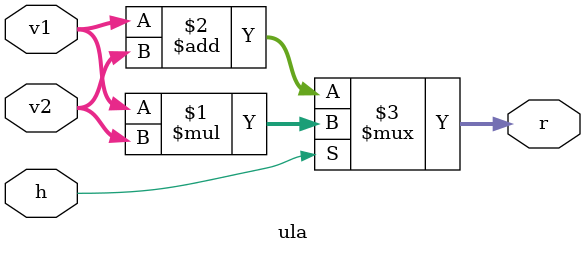
<source format=v>
module ula(
    input [15:0] v1,
    input [15:0] v2,
    input h,
    output [15:0] r
);

    assign r = h ? v1 * v2 : v1 + v2;

endmodule
</source>
